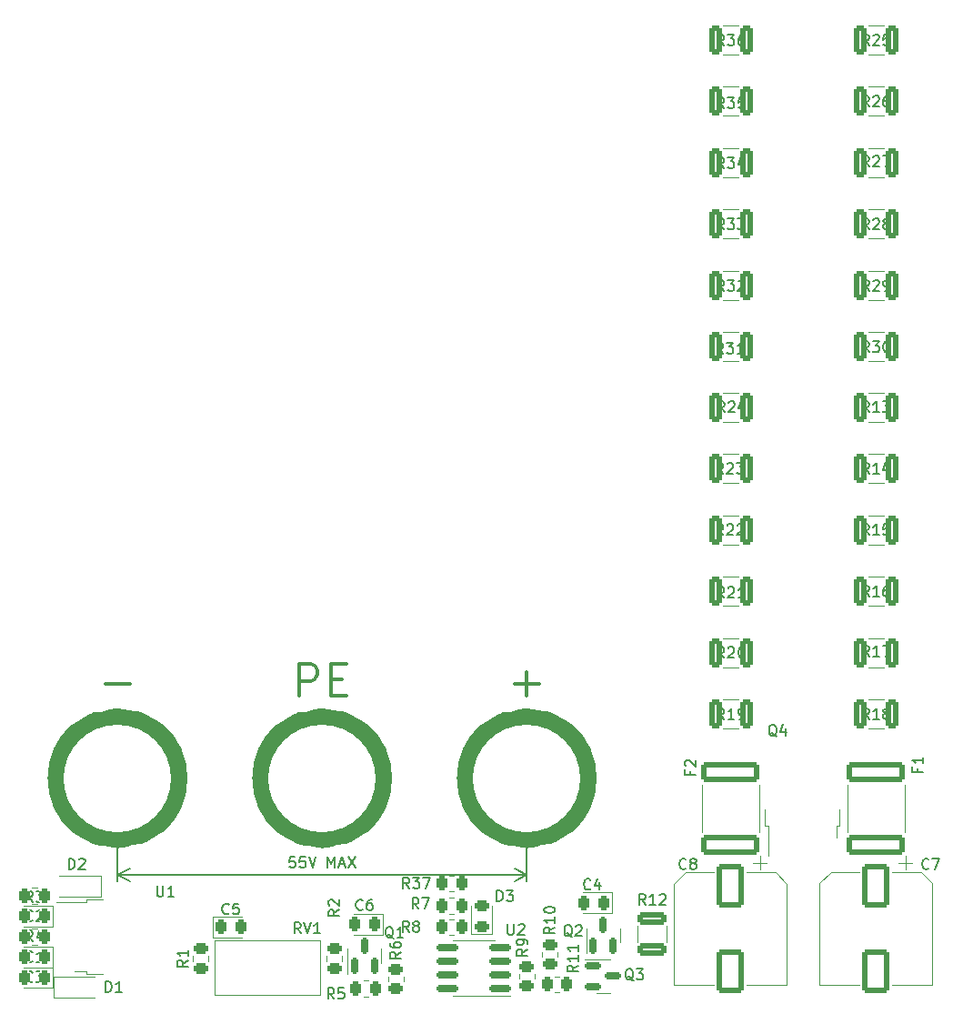
<source format=gto>
G04 #@! TF.GenerationSoftware,KiCad,Pcbnew,(6.0.8-1)-1*
G04 #@! TF.CreationDate,2022-10-22T21:37:00+02:00*
G04 #@! TF.ProjectId,shunt_regulator,7368756e-745f-4726-9567-756c61746f72,rev?*
G04 #@! TF.SameCoordinates,Original*
G04 #@! TF.FileFunction,Legend,Top*
G04 #@! TF.FilePolarity,Positive*
%FSLAX46Y46*%
G04 Gerber Fmt 4.6, Leading zero omitted, Abs format (unit mm)*
G04 Created by KiCad (PCBNEW (6.0.8-1)-1) date 2022-10-22 21:37:00*
%MOMM*%
%LPD*%
G01*
G04 APERTURE LIST*
G04 Aperture macros list*
%AMRoundRect*
0 Rectangle with rounded corners*
0 $1 Rounding radius*
0 $2 $3 $4 $5 $6 $7 $8 $9 X,Y pos of 4 corners*
0 Add a 4 corners polygon primitive as box body*
4,1,4,$2,$3,$4,$5,$6,$7,$8,$9,$2,$3,0*
0 Add four circle primitives for the rounded corners*
1,1,$1+$1,$2,$3*
1,1,$1+$1,$4,$5*
1,1,$1+$1,$6,$7*
1,1,$1+$1,$8,$9*
0 Add four rect primitives between the rounded corners*
20,1,$1+$1,$2,$3,$4,$5,0*
20,1,$1+$1,$4,$5,$6,$7,0*
20,1,$1+$1,$6,$7,$8,$9,0*
20,1,$1+$1,$8,$9,$2,$3,0*%
G04 Aperture macros list end*
%ADD10C,0.150000*%
%ADD11C,0.300000*%
%ADD12C,6.500000*%
%ADD13C,0.120000*%
%ADD14C,10.000000*%
%ADD15R,1.200000X2.200000*%
%ADD16R,5.800000X6.400000*%
%ADD17RoundRect,0.250000X-1.000000X1.750000X-1.000000X-1.750000X1.000000X-1.750000X1.000000X1.750000X0*%
%ADD18RoundRect,0.250000X0.262500X0.450000X-0.262500X0.450000X-0.262500X-0.450000X0.262500X-0.450000X0*%
%ADD19RoundRect,0.243750X0.456250X-0.243750X0.456250X0.243750X-0.456250X0.243750X-0.456250X-0.243750X0*%
%ADD20RoundRect,0.150000X0.825000X0.150000X-0.825000X0.150000X-0.825000X-0.150000X0.825000X-0.150000X0*%
%ADD21R,2.200000X1.200000*%
%ADD22R,6.400000X5.800000*%
%ADD23C,1.440000*%
%ADD24RoundRect,0.250000X0.312500X1.075000X-0.312500X1.075000X-0.312500X-1.075000X0.312500X-1.075000X0*%
%ADD25RoundRect,0.250000X-0.312500X-1.075000X0.312500X-1.075000X0.312500X1.075000X-0.312500X1.075000X0*%
%ADD26RoundRect,0.250000X1.075000X-0.312500X1.075000X0.312500X-1.075000X0.312500X-1.075000X-0.312500X0*%
%ADD27RoundRect,0.250000X-0.262500X-0.450000X0.262500X-0.450000X0.262500X0.450000X-0.262500X0.450000X0*%
%ADD28RoundRect,0.250000X0.450000X-0.262500X0.450000X0.262500X-0.450000X0.262500X-0.450000X-0.262500X0*%
%ADD29RoundRect,0.250000X-0.450000X0.262500X-0.450000X-0.262500X0.450000X-0.262500X0.450000X0.262500X0*%
%ADD30RoundRect,0.150000X-0.587500X-0.150000X0.587500X-0.150000X0.587500X0.150000X-0.587500X0.150000X0*%
%ADD31RoundRect,0.150000X0.150000X-0.587500X0.150000X0.587500X-0.150000X0.587500X-0.150000X-0.587500X0*%
%ADD32RoundRect,0.250000X2.475000X-0.712500X2.475000X0.712500X-2.475000X0.712500X-2.475000X-0.712500X0*%
%ADD33R,1.100000X1.100000*%
%ADD34RoundRect,0.243750X0.243750X0.456250X-0.243750X0.456250X-0.243750X-0.456250X0.243750X-0.456250X0*%
%ADD35RoundRect,0.243750X-0.243750X-0.456250X0.243750X-0.456250X0.243750X0.456250X-0.243750X0.456250X0*%
G04 APERTURE END LIST*
D10*
X-2523809Y-7302379D02*
X-3000000Y-7302379D01*
X-3047619Y-7778570D01*
X-3000000Y-7730951D01*
X-2904761Y-7683332D01*
X-2666666Y-7683332D01*
X-2571428Y-7730951D01*
X-2523809Y-7778570D01*
X-2476190Y-7873808D01*
X-2476190Y-8111903D01*
X-2523809Y-8207141D01*
X-2571428Y-8254760D01*
X-2666666Y-8302379D01*
X-2904761Y-8302379D01*
X-3000000Y-8254760D01*
X-3047619Y-8207141D01*
X-1571428Y-7302379D02*
X-2047619Y-7302379D01*
X-2095238Y-7778570D01*
X-2047619Y-7730951D01*
X-1952380Y-7683332D01*
X-1714285Y-7683332D01*
X-1619047Y-7730951D01*
X-1571428Y-7778570D01*
X-1523809Y-7873808D01*
X-1523809Y-8111903D01*
X-1571428Y-8207141D01*
X-1619047Y-8254760D01*
X-1714285Y-8302379D01*
X-1952380Y-8302379D01*
X-2047619Y-8254760D01*
X-2095238Y-8207141D01*
X-1238095Y-7302379D02*
X-904761Y-8302379D01*
X-571428Y-7302379D01*
X523809Y-8302379D02*
X523809Y-7302379D01*
X857142Y-8016665D01*
X1190476Y-7302379D01*
X1190476Y-8302379D01*
X1619047Y-8016665D02*
X2095238Y-8016665D01*
X1523809Y-8302379D02*
X1857142Y-7302379D01*
X2190476Y-8302379D01*
X2428571Y-7302379D02*
X3095238Y-8302379D01*
X3095238Y-7302379D02*
X2428571Y-8302379D01*
X-19050000Y-500000D02*
X-19050000Y-9586419D01*
X19050000Y-500000D02*
X19050000Y-9586419D01*
X-19050000Y-8999999D02*
X19050000Y-8999999D01*
X-19050000Y-8999999D02*
X19050000Y-8999999D01*
X-19050000Y-8999999D02*
X-17923496Y-9586420D01*
X-19050000Y-8999999D02*
X-17923496Y-8413578D01*
X19050000Y-8999999D02*
X17923496Y-8413578D01*
X19050000Y-8999999D02*
X17923496Y-9586420D01*
X-333333Y1047619D02*
X-333333Y333333D01*
X-380952Y190476D01*
X-476190Y95238D01*
X-619047Y47619D01*
X-714285Y47619D01*
X666666Y47619D02*
X95238Y47619D01*
X380952Y47619D02*
X380952Y1047619D01*
X285714Y904761D01*
X190476Y809523D01*
X95238Y761904D01*
D11*
X-20192857Y8785714D02*
X-17907142Y8785714D01*
X-2142857Y7642857D02*
X-2142857Y10642857D01*
X-1000000Y10642857D01*
X-714285Y10500000D01*
X-571428Y10357142D01*
X-428571Y10071428D01*
X-428571Y9642857D01*
X-571428Y9357142D01*
X-714285Y9214285D01*
X-1000000Y9071428D01*
X-2142857Y9071428D01*
X857142Y9214285D02*
X1857142Y9214285D01*
X2285714Y7642857D02*
X857142Y7642857D01*
X857142Y10642857D01*
X2285714Y10642857D01*
X17907142Y8785714D02*
X20192857Y8785714D01*
X19050000Y7642857D02*
X19050000Y9928571D01*
D10*
X42322761Y3881380D02*
X42227523Y3929000D01*
X42132285Y4024238D01*
X41989428Y4167095D01*
X41894190Y4214714D01*
X41798952Y4214714D01*
X41846571Y3976619D02*
X41751333Y4024238D01*
X41656095Y4119476D01*
X41608476Y4309952D01*
X41608476Y4643285D01*
X41656095Y4833761D01*
X41751333Y4929000D01*
X41846571Y4976619D01*
X42037047Y4976619D01*
X42132285Y4929000D01*
X42227523Y4833761D01*
X42275142Y4643285D01*
X42275142Y4309952D01*
X42227523Y4119476D01*
X42132285Y4024238D01*
X42037047Y3976619D01*
X41846571Y3976619D01*
X43132285Y4643285D02*
X43132285Y3976619D01*
X42894190Y5024238D02*
X42656095Y4309952D01*
X43275142Y4309952D01*
X56475333Y-8374142D02*
X56427714Y-8421761D01*
X56284857Y-8469380D01*
X56189619Y-8469380D01*
X56046761Y-8421761D01*
X55951523Y-8326523D01*
X55903904Y-8231285D01*
X55856285Y-8040809D01*
X55856285Y-7897952D01*
X55903904Y-7707476D01*
X55951523Y-7612238D01*
X56046761Y-7517000D01*
X56189619Y-7469380D01*
X56284857Y-7469380D01*
X56427714Y-7517000D01*
X56475333Y-7564619D01*
X56808666Y-7469380D02*
X57475333Y-7469380D01*
X57046761Y-8469380D01*
X33869333Y-8374142D02*
X33821714Y-8421761D01*
X33678857Y-8469380D01*
X33583619Y-8469380D01*
X33440761Y-8421761D01*
X33345523Y-8326523D01*
X33297904Y-8231285D01*
X33250285Y-8040809D01*
X33250285Y-7897952D01*
X33297904Y-7707476D01*
X33345523Y-7612238D01*
X33440761Y-7517000D01*
X33583619Y-7469380D01*
X33678857Y-7469380D01*
X33821714Y-7517000D01*
X33869333Y-7564619D01*
X34440761Y-7897952D02*
X34345523Y-7850333D01*
X34297904Y-7802714D01*
X34250285Y-7707476D01*
X34250285Y-7659857D01*
X34297904Y-7564619D01*
X34345523Y-7517000D01*
X34440761Y-7469380D01*
X34631238Y-7469380D01*
X34726476Y-7517000D01*
X34774095Y-7564619D01*
X34821714Y-7659857D01*
X34821714Y-7707476D01*
X34774095Y-7802714D01*
X34726476Y-7850333D01*
X34631238Y-7897952D01*
X34440761Y-7897952D01*
X34345523Y-7945571D01*
X34297904Y-7993190D01*
X34250285Y-8088428D01*
X34250285Y-8278904D01*
X34297904Y-8374142D01*
X34345523Y-8421761D01*
X34440761Y-8469380D01*
X34631238Y-8469380D01*
X34726476Y-8421761D01*
X34774095Y-8374142D01*
X34821714Y-8278904D01*
X34821714Y-8088428D01*
X34774095Y-7993190D01*
X34726476Y-7945571D01*
X34631238Y-7897952D01*
X8120142Y-10247380D02*
X7786809Y-9771190D01*
X7548714Y-10247380D02*
X7548714Y-9247380D01*
X7929666Y-9247380D01*
X8024904Y-9295000D01*
X8072523Y-9342619D01*
X8120142Y-9437857D01*
X8120142Y-9580714D01*
X8072523Y-9675952D01*
X8024904Y-9723571D01*
X7929666Y-9771190D01*
X7548714Y-9771190D01*
X8453476Y-9247380D02*
X9072523Y-9247380D01*
X8739190Y-9628333D01*
X8882047Y-9628333D01*
X8977285Y-9675952D01*
X9024904Y-9723571D01*
X9072523Y-9818809D01*
X9072523Y-10056904D01*
X9024904Y-10152142D01*
X8977285Y-10199761D01*
X8882047Y-10247380D01*
X8596333Y-10247380D01*
X8501095Y-10199761D01*
X8453476Y-10152142D01*
X9405857Y-9247380D02*
X10072523Y-9247380D01*
X9643952Y-10247380D01*
X16261904Y-11452380D02*
X16261904Y-10452380D01*
X16500000Y-10452380D01*
X16642857Y-10500000D01*
X16738095Y-10595238D01*
X16785714Y-10690476D01*
X16833333Y-10880952D01*
X16833333Y-11023809D01*
X16785714Y-11214285D01*
X16738095Y-11309523D01*
X16642857Y-11404761D01*
X16500000Y-11452380D01*
X16261904Y-11452380D01*
X17166666Y-10452380D02*
X17785714Y-10452380D01*
X17452380Y-10833333D01*
X17595238Y-10833333D01*
X17690476Y-10880952D01*
X17738095Y-10928571D01*
X17785714Y-11023809D01*
X17785714Y-11261904D01*
X17738095Y-11357142D01*
X17690476Y-11404761D01*
X17595238Y-11452380D01*
X17309523Y-11452380D01*
X17214285Y-11404761D01*
X17166666Y-11357142D01*
X17272095Y-13565380D02*
X17272095Y-14374904D01*
X17319714Y-14470142D01*
X17367333Y-14517761D01*
X17462571Y-14565380D01*
X17653047Y-14565380D01*
X17748285Y-14517761D01*
X17795904Y-14470142D01*
X17843523Y-14374904D01*
X17843523Y-13565380D01*
X18272095Y-13660619D02*
X18319714Y-13613000D01*
X18414952Y-13565380D01*
X18653047Y-13565380D01*
X18748285Y-13613000D01*
X18795904Y-13660619D01*
X18843523Y-13755857D01*
X18843523Y-13851095D01*
X18795904Y-13993952D01*
X18224476Y-14565380D01*
X18843523Y-14565380D01*
X-15366904Y-10009380D02*
X-15366904Y-10818904D01*
X-15319285Y-10914142D01*
X-15271666Y-10961761D01*
X-15176428Y-11009380D01*
X-14985952Y-11009380D01*
X-14890714Y-10961761D01*
X-14843095Y-10914142D01*
X-14795476Y-10818904D01*
X-14795476Y-10009380D01*
X-13795476Y-11009380D02*
X-14366904Y-11009380D01*
X-14081190Y-11009380D02*
X-14081190Y-10009380D01*
X-14176428Y-10152238D01*
X-14271666Y-10247476D01*
X-14366904Y-10295095D01*
X-1992238Y-14438380D02*
X-2325571Y-13962190D01*
X-2563666Y-14438380D02*
X-2563666Y-13438380D01*
X-2182714Y-13438380D01*
X-2087476Y-13486000D01*
X-2039857Y-13533619D01*
X-1992238Y-13628857D01*
X-1992238Y-13771714D01*
X-2039857Y-13866952D01*
X-2087476Y-13914571D01*
X-2182714Y-13962190D01*
X-2563666Y-13962190D01*
X-1706523Y-13438380D02*
X-1373190Y-14438380D01*
X-1039857Y-13438380D01*
X-182714Y-14438380D02*
X-754142Y-14438380D01*
X-468428Y-14438380D02*
X-468428Y-13438380D01*
X-563666Y-13581238D01*
X-658904Y-13676476D01*
X-754142Y-13724095D01*
X37418642Y68238619D02*
X37085309Y68714809D01*
X36847214Y68238619D02*
X36847214Y69238619D01*
X37228166Y69238619D01*
X37323404Y69191000D01*
X37371023Y69143380D01*
X37418642Y69048142D01*
X37418642Y68905285D01*
X37371023Y68810047D01*
X37323404Y68762428D01*
X37228166Y68714809D01*
X36847214Y68714809D01*
X37751976Y69238619D02*
X38371023Y69238619D01*
X38037690Y68857666D01*
X38180547Y68857666D01*
X38275785Y68810047D01*
X38323404Y68762428D01*
X38371023Y68667190D01*
X38371023Y68429095D01*
X38323404Y68333857D01*
X38275785Y68286238D01*
X38180547Y68238619D01*
X37894833Y68238619D01*
X37799595Y68286238D01*
X37751976Y68333857D01*
X39228166Y69238619D02*
X39037690Y69238619D01*
X38942452Y69191000D01*
X38894833Y69143380D01*
X38799595Y69000523D01*
X38751976Y68810047D01*
X38751976Y68429095D01*
X38799595Y68333857D01*
X38847214Y68286238D01*
X38942452Y68238619D01*
X39132928Y68238619D01*
X39228166Y68286238D01*
X39275785Y68333857D01*
X39323404Y68429095D01*
X39323404Y68667190D01*
X39275785Y68762428D01*
X39228166Y68810047D01*
X39132928Y68857666D01*
X38942452Y68857666D01*
X38847214Y68810047D01*
X38799595Y68762428D01*
X38751976Y68667190D01*
X37418642Y62396619D02*
X37085309Y62872809D01*
X36847214Y62396619D02*
X36847214Y63396619D01*
X37228166Y63396619D01*
X37323404Y63349000D01*
X37371023Y63301380D01*
X37418642Y63206142D01*
X37418642Y63063285D01*
X37371023Y62968047D01*
X37323404Y62920428D01*
X37228166Y62872809D01*
X36847214Y62872809D01*
X37751976Y63396619D02*
X38371023Y63396619D01*
X38037690Y63015666D01*
X38180547Y63015666D01*
X38275785Y62968047D01*
X38323404Y62920428D01*
X38371023Y62825190D01*
X38371023Y62587095D01*
X38323404Y62491857D01*
X38275785Y62444238D01*
X38180547Y62396619D01*
X37894833Y62396619D01*
X37799595Y62444238D01*
X37751976Y62491857D01*
X39275785Y63396619D02*
X38799595Y63396619D01*
X38751976Y62920428D01*
X38799595Y62968047D01*
X38894833Y63015666D01*
X39132928Y63015666D01*
X39228166Y62968047D01*
X39275785Y62920428D01*
X39323404Y62825190D01*
X39323404Y62587095D01*
X39275785Y62491857D01*
X39228166Y62444238D01*
X39132928Y62396619D01*
X38894833Y62396619D01*
X38799595Y62444238D01*
X38751976Y62491857D01*
X37418642Y56808619D02*
X37085309Y57284809D01*
X36847214Y56808619D02*
X36847214Y57808619D01*
X37228166Y57808619D01*
X37323404Y57761000D01*
X37371023Y57713380D01*
X37418642Y57618142D01*
X37418642Y57475285D01*
X37371023Y57380047D01*
X37323404Y57332428D01*
X37228166Y57284809D01*
X36847214Y57284809D01*
X37751976Y57808619D02*
X38371023Y57808619D01*
X38037690Y57427666D01*
X38180547Y57427666D01*
X38275785Y57380047D01*
X38323404Y57332428D01*
X38371023Y57237190D01*
X38371023Y56999095D01*
X38323404Y56903857D01*
X38275785Y56856238D01*
X38180547Y56808619D01*
X37894833Y56808619D01*
X37799595Y56856238D01*
X37751976Y56903857D01*
X39228166Y57475285D02*
X39228166Y56808619D01*
X38990071Y57856238D02*
X38751976Y57141952D01*
X39371023Y57141952D01*
X37418642Y51093619D02*
X37085309Y51569809D01*
X36847214Y51093619D02*
X36847214Y52093619D01*
X37228166Y52093619D01*
X37323404Y52046000D01*
X37371023Y51998380D01*
X37418642Y51903142D01*
X37418642Y51760285D01*
X37371023Y51665047D01*
X37323404Y51617428D01*
X37228166Y51569809D01*
X36847214Y51569809D01*
X37751976Y52093619D02*
X38371023Y52093619D01*
X38037690Y51712666D01*
X38180547Y51712666D01*
X38275785Y51665047D01*
X38323404Y51617428D01*
X38371023Y51522190D01*
X38371023Y51284095D01*
X38323404Y51188857D01*
X38275785Y51141238D01*
X38180547Y51093619D01*
X37894833Y51093619D01*
X37799595Y51141238D01*
X37751976Y51188857D01*
X38704357Y52093619D02*
X39323404Y52093619D01*
X38990071Y51712666D01*
X39132928Y51712666D01*
X39228166Y51665047D01*
X39275785Y51617428D01*
X39323404Y51522190D01*
X39323404Y51284095D01*
X39275785Y51188857D01*
X39228166Y51141238D01*
X39132928Y51093619D01*
X38847214Y51093619D01*
X38751976Y51141238D01*
X38704357Y51188857D01*
X37418642Y45378619D02*
X37085309Y45854809D01*
X36847214Y45378619D02*
X36847214Y46378619D01*
X37228166Y46378619D01*
X37323404Y46331000D01*
X37371023Y46283380D01*
X37418642Y46188142D01*
X37418642Y46045285D01*
X37371023Y45950047D01*
X37323404Y45902428D01*
X37228166Y45854809D01*
X36847214Y45854809D01*
X37751976Y46378619D02*
X38371023Y46378619D01*
X38037690Y45997666D01*
X38180547Y45997666D01*
X38275785Y45950047D01*
X38323404Y45902428D01*
X38371023Y45807190D01*
X38371023Y45569095D01*
X38323404Y45473857D01*
X38275785Y45426238D01*
X38180547Y45378619D01*
X37894833Y45378619D01*
X37799595Y45426238D01*
X37751976Y45473857D01*
X38751976Y46283380D02*
X38799595Y46331000D01*
X38894833Y46378619D01*
X39132928Y46378619D01*
X39228166Y46331000D01*
X39275785Y46283380D01*
X39323404Y46188142D01*
X39323404Y46092904D01*
X39275785Y45950047D01*
X38704357Y45378619D01*
X39323404Y45378619D01*
X37330142Y39536619D02*
X36996809Y40012809D01*
X36758714Y39536619D02*
X36758714Y40536619D01*
X37139666Y40536619D01*
X37234904Y40489000D01*
X37282523Y40441380D01*
X37330142Y40346142D01*
X37330142Y40203285D01*
X37282523Y40108047D01*
X37234904Y40060428D01*
X37139666Y40012809D01*
X36758714Y40012809D01*
X37663476Y40536619D02*
X38282523Y40536619D01*
X37949190Y40155666D01*
X38092047Y40155666D01*
X38187285Y40108047D01*
X38234904Y40060428D01*
X38282523Y39965190D01*
X38282523Y39727095D01*
X38234904Y39631857D01*
X38187285Y39584238D01*
X38092047Y39536619D01*
X37806333Y39536619D01*
X37711095Y39584238D01*
X37663476Y39631857D01*
X39234904Y39536619D02*
X38663476Y39536619D01*
X38949190Y39536619D02*
X38949190Y40536619D01*
X38853952Y40393761D01*
X38758714Y40298523D01*
X38663476Y40250904D01*
X50919142Y39663619D02*
X50585809Y40139809D01*
X50347714Y39663619D02*
X50347714Y40663619D01*
X50728666Y40663619D01*
X50823904Y40616000D01*
X50871523Y40568380D01*
X50919142Y40473142D01*
X50919142Y40330285D01*
X50871523Y40235047D01*
X50823904Y40187428D01*
X50728666Y40139809D01*
X50347714Y40139809D01*
X51252476Y40663619D02*
X51871523Y40663619D01*
X51538190Y40282666D01*
X51681047Y40282666D01*
X51776285Y40235047D01*
X51823904Y40187428D01*
X51871523Y40092190D01*
X51871523Y39854095D01*
X51823904Y39758857D01*
X51776285Y39711238D01*
X51681047Y39663619D01*
X51395333Y39663619D01*
X51300095Y39711238D01*
X51252476Y39758857D01*
X52490571Y40663619D02*
X52585809Y40663619D01*
X52681047Y40616000D01*
X52728666Y40568380D01*
X52776285Y40473142D01*
X52823904Y40282666D01*
X52823904Y40044571D01*
X52776285Y39854095D01*
X52728666Y39758857D01*
X52681047Y39711238D01*
X52585809Y39663619D01*
X52490571Y39663619D01*
X52395333Y39711238D01*
X52347714Y39758857D01*
X52300095Y39854095D01*
X52252476Y40044571D01*
X52252476Y40282666D01*
X52300095Y40473142D01*
X52347714Y40568380D01*
X52395333Y40616000D01*
X52490571Y40663619D01*
X50919142Y45378619D02*
X50585809Y45854809D01*
X50347714Y45378619D02*
X50347714Y46378619D01*
X50728666Y46378619D01*
X50823904Y46331000D01*
X50871523Y46283380D01*
X50919142Y46188142D01*
X50919142Y46045285D01*
X50871523Y45950047D01*
X50823904Y45902428D01*
X50728666Y45854809D01*
X50347714Y45854809D01*
X51300095Y46283380D02*
X51347714Y46331000D01*
X51442952Y46378619D01*
X51681047Y46378619D01*
X51776285Y46331000D01*
X51823904Y46283380D01*
X51871523Y46188142D01*
X51871523Y46092904D01*
X51823904Y45950047D01*
X51252476Y45378619D01*
X51871523Y45378619D01*
X52347714Y45378619D02*
X52538190Y45378619D01*
X52633428Y45426238D01*
X52681047Y45473857D01*
X52776285Y45616714D01*
X52823904Y45807190D01*
X52823904Y46188142D01*
X52776285Y46283380D01*
X52728666Y46331000D01*
X52633428Y46378619D01*
X52442952Y46378619D01*
X52347714Y46331000D01*
X52300095Y46283380D01*
X52252476Y46188142D01*
X52252476Y45950047D01*
X52300095Y45854809D01*
X52347714Y45807190D01*
X52442952Y45759571D01*
X52633428Y45759571D01*
X52728666Y45807190D01*
X52776285Y45854809D01*
X52823904Y45950047D01*
X50919142Y51093619D02*
X50585809Y51569809D01*
X50347714Y51093619D02*
X50347714Y52093619D01*
X50728666Y52093619D01*
X50823904Y52046000D01*
X50871523Y51998380D01*
X50919142Y51903142D01*
X50919142Y51760285D01*
X50871523Y51665047D01*
X50823904Y51617428D01*
X50728666Y51569809D01*
X50347714Y51569809D01*
X51300095Y51998380D02*
X51347714Y52046000D01*
X51442952Y52093619D01*
X51681047Y52093619D01*
X51776285Y52046000D01*
X51823904Y51998380D01*
X51871523Y51903142D01*
X51871523Y51807904D01*
X51823904Y51665047D01*
X51252476Y51093619D01*
X51871523Y51093619D01*
X52442952Y51665047D02*
X52347714Y51712666D01*
X52300095Y51760285D01*
X52252476Y51855523D01*
X52252476Y51903142D01*
X52300095Y51998380D01*
X52347714Y52046000D01*
X52442952Y52093619D01*
X52633428Y52093619D01*
X52728666Y52046000D01*
X52776285Y51998380D01*
X52823904Y51903142D01*
X52823904Y51855523D01*
X52776285Y51760285D01*
X52728666Y51712666D01*
X52633428Y51665047D01*
X52442952Y51665047D01*
X52347714Y51617428D01*
X52300095Y51569809D01*
X52252476Y51474571D01*
X52252476Y51284095D01*
X52300095Y51188857D01*
X52347714Y51141238D01*
X52442952Y51093619D01*
X52633428Y51093619D01*
X52728666Y51141238D01*
X52776285Y51188857D01*
X52823904Y51284095D01*
X52823904Y51474571D01*
X52776285Y51569809D01*
X52728666Y51617428D01*
X52633428Y51665047D01*
X50919142Y56935619D02*
X50585809Y57411809D01*
X50347714Y56935619D02*
X50347714Y57935619D01*
X50728666Y57935619D01*
X50823904Y57888000D01*
X50871523Y57840380D01*
X50919142Y57745142D01*
X50919142Y57602285D01*
X50871523Y57507047D01*
X50823904Y57459428D01*
X50728666Y57411809D01*
X50347714Y57411809D01*
X51300095Y57840380D02*
X51347714Y57888000D01*
X51442952Y57935619D01*
X51681047Y57935619D01*
X51776285Y57888000D01*
X51823904Y57840380D01*
X51871523Y57745142D01*
X51871523Y57649904D01*
X51823904Y57507047D01*
X51252476Y56935619D01*
X51871523Y56935619D01*
X52204857Y57935619D02*
X52871523Y57935619D01*
X52442952Y56935619D01*
X50919142Y62523619D02*
X50585809Y62999809D01*
X50347714Y62523619D02*
X50347714Y63523619D01*
X50728666Y63523619D01*
X50823904Y63476000D01*
X50871523Y63428380D01*
X50919142Y63333142D01*
X50919142Y63190285D01*
X50871523Y63095047D01*
X50823904Y63047428D01*
X50728666Y62999809D01*
X50347714Y62999809D01*
X51300095Y63428380D02*
X51347714Y63476000D01*
X51442952Y63523619D01*
X51681047Y63523619D01*
X51776285Y63476000D01*
X51823904Y63428380D01*
X51871523Y63333142D01*
X51871523Y63237904D01*
X51823904Y63095047D01*
X51252476Y62523619D01*
X51871523Y62523619D01*
X52728666Y63523619D02*
X52538190Y63523619D01*
X52442952Y63476000D01*
X52395333Y63428380D01*
X52300095Y63285523D01*
X52252476Y63095047D01*
X52252476Y62714095D01*
X52300095Y62618857D01*
X52347714Y62571238D01*
X52442952Y62523619D01*
X52633428Y62523619D01*
X52728666Y62571238D01*
X52776285Y62618857D01*
X52823904Y62714095D01*
X52823904Y62952190D01*
X52776285Y63047428D01*
X52728666Y63095047D01*
X52633428Y63142666D01*
X52442952Y63142666D01*
X52347714Y63095047D01*
X52300095Y63047428D01*
X52252476Y62952190D01*
X50919142Y68238619D02*
X50585809Y68714809D01*
X50347714Y68238619D02*
X50347714Y69238619D01*
X50728666Y69238619D01*
X50823904Y69191000D01*
X50871523Y69143380D01*
X50919142Y69048142D01*
X50919142Y68905285D01*
X50871523Y68810047D01*
X50823904Y68762428D01*
X50728666Y68714809D01*
X50347714Y68714809D01*
X51300095Y69143380D02*
X51347714Y69191000D01*
X51442952Y69238619D01*
X51681047Y69238619D01*
X51776285Y69191000D01*
X51823904Y69143380D01*
X51871523Y69048142D01*
X51871523Y68952904D01*
X51823904Y68810047D01*
X51252476Y68238619D01*
X51871523Y68238619D01*
X52776285Y69238619D02*
X52300095Y69238619D01*
X52252476Y68762428D01*
X52300095Y68810047D01*
X52395333Y68857666D01*
X52633428Y68857666D01*
X52728666Y68810047D01*
X52776285Y68762428D01*
X52823904Y68667190D01*
X52823904Y68429095D01*
X52776285Y68333857D01*
X52728666Y68286238D01*
X52633428Y68238619D01*
X52395333Y68238619D01*
X52300095Y68286238D01*
X52252476Y68333857D01*
X37457142Y34075619D02*
X37123809Y34551809D01*
X36885714Y34075619D02*
X36885714Y35075619D01*
X37266666Y35075619D01*
X37361904Y35028000D01*
X37409523Y34980380D01*
X37457142Y34885142D01*
X37457142Y34742285D01*
X37409523Y34647047D01*
X37361904Y34599428D01*
X37266666Y34551809D01*
X36885714Y34551809D01*
X37838095Y34980380D02*
X37885714Y35028000D01*
X37980952Y35075619D01*
X38219047Y35075619D01*
X38314285Y35028000D01*
X38361904Y34980380D01*
X38409523Y34885142D01*
X38409523Y34789904D01*
X38361904Y34647047D01*
X37790476Y34075619D01*
X38409523Y34075619D01*
X39266666Y34742285D02*
X39266666Y34075619D01*
X39028571Y35123238D02*
X38790476Y34408952D01*
X39409523Y34408952D01*
X37330142Y28360619D02*
X36996809Y28836809D01*
X36758714Y28360619D02*
X36758714Y29360619D01*
X37139666Y29360619D01*
X37234904Y29313000D01*
X37282523Y29265380D01*
X37330142Y29170142D01*
X37330142Y29027285D01*
X37282523Y28932047D01*
X37234904Y28884428D01*
X37139666Y28836809D01*
X36758714Y28836809D01*
X37711095Y29265380D02*
X37758714Y29313000D01*
X37853952Y29360619D01*
X38092047Y29360619D01*
X38187285Y29313000D01*
X38234904Y29265380D01*
X38282523Y29170142D01*
X38282523Y29074904D01*
X38234904Y28932047D01*
X37663476Y28360619D01*
X38282523Y28360619D01*
X38615857Y29360619D02*
X39234904Y29360619D01*
X38901571Y28979666D01*
X39044428Y28979666D01*
X39139666Y28932047D01*
X39187285Y28884428D01*
X39234904Y28789190D01*
X39234904Y28551095D01*
X39187285Y28455857D01*
X39139666Y28408238D01*
X39044428Y28360619D01*
X38758714Y28360619D01*
X38663476Y28408238D01*
X38615857Y28455857D01*
X37330142Y22645619D02*
X36996809Y23121809D01*
X36758714Y22645619D02*
X36758714Y23645619D01*
X37139666Y23645619D01*
X37234904Y23598000D01*
X37282523Y23550380D01*
X37330142Y23455142D01*
X37330142Y23312285D01*
X37282523Y23217047D01*
X37234904Y23169428D01*
X37139666Y23121809D01*
X36758714Y23121809D01*
X37711095Y23550380D02*
X37758714Y23598000D01*
X37853952Y23645619D01*
X38092047Y23645619D01*
X38187285Y23598000D01*
X38234904Y23550380D01*
X38282523Y23455142D01*
X38282523Y23359904D01*
X38234904Y23217047D01*
X37663476Y22645619D01*
X38282523Y22645619D01*
X38663476Y23550380D02*
X38711095Y23598000D01*
X38806333Y23645619D01*
X39044428Y23645619D01*
X39139666Y23598000D01*
X39187285Y23550380D01*
X39234904Y23455142D01*
X39234904Y23359904D01*
X39187285Y23217047D01*
X38615857Y22645619D01*
X39234904Y22645619D01*
X37418642Y16803619D02*
X37085309Y17279809D01*
X36847214Y16803619D02*
X36847214Y17803619D01*
X37228166Y17803619D01*
X37323404Y17756000D01*
X37371023Y17708380D01*
X37418642Y17613142D01*
X37418642Y17470285D01*
X37371023Y17375047D01*
X37323404Y17327428D01*
X37228166Y17279809D01*
X36847214Y17279809D01*
X37799595Y17708380D02*
X37847214Y17756000D01*
X37942452Y17803619D01*
X38180547Y17803619D01*
X38275785Y17756000D01*
X38323404Y17708380D01*
X38371023Y17613142D01*
X38371023Y17517904D01*
X38323404Y17375047D01*
X37751976Y16803619D01*
X38371023Y16803619D01*
X39323404Y16803619D02*
X38751976Y16803619D01*
X39037690Y16803619D02*
X39037690Y17803619D01*
X38942452Y17660761D01*
X38847214Y17565523D01*
X38751976Y17517904D01*
X37418642Y11215619D02*
X37085309Y11691809D01*
X36847214Y11215619D02*
X36847214Y12215619D01*
X37228166Y12215619D01*
X37323404Y12168000D01*
X37371023Y12120380D01*
X37418642Y12025142D01*
X37418642Y11882285D01*
X37371023Y11787047D01*
X37323404Y11739428D01*
X37228166Y11691809D01*
X36847214Y11691809D01*
X37799595Y12120380D02*
X37847214Y12168000D01*
X37942452Y12215619D01*
X38180547Y12215619D01*
X38275785Y12168000D01*
X38323404Y12120380D01*
X38371023Y12025142D01*
X38371023Y11929904D01*
X38323404Y11787047D01*
X37751976Y11215619D01*
X38371023Y11215619D01*
X38990071Y12215619D02*
X39085309Y12215619D01*
X39180547Y12168000D01*
X39228166Y12120380D01*
X39275785Y12025142D01*
X39323404Y11834666D01*
X39323404Y11596571D01*
X39275785Y11406095D01*
X39228166Y11310857D01*
X39180547Y11263238D01*
X39085309Y11215619D01*
X38990071Y11215619D01*
X38894833Y11263238D01*
X38847214Y11310857D01*
X38799595Y11406095D01*
X38751976Y11596571D01*
X38751976Y11834666D01*
X38799595Y12025142D01*
X38847214Y12120380D01*
X38894833Y12168000D01*
X38990071Y12215619D01*
X37418642Y5500619D02*
X37085309Y5976809D01*
X36847214Y5500619D02*
X36847214Y6500619D01*
X37228166Y6500619D01*
X37323404Y6453000D01*
X37371023Y6405380D01*
X37418642Y6310142D01*
X37418642Y6167285D01*
X37371023Y6072047D01*
X37323404Y6024428D01*
X37228166Y5976809D01*
X36847214Y5976809D01*
X38371023Y5500619D02*
X37799595Y5500619D01*
X38085309Y5500619D02*
X38085309Y6500619D01*
X37990071Y6357761D01*
X37894833Y6262523D01*
X37799595Y6214904D01*
X38847214Y5500619D02*
X39037690Y5500619D01*
X39132928Y5548238D01*
X39180547Y5595857D01*
X39275785Y5738714D01*
X39323404Y5929190D01*
X39323404Y6310142D01*
X39275785Y6405380D01*
X39228166Y6453000D01*
X39132928Y6500619D01*
X38942452Y6500619D01*
X38847214Y6453000D01*
X38799595Y6405380D01*
X38751976Y6310142D01*
X38751976Y6072047D01*
X38799595Y5976809D01*
X38847214Y5929190D01*
X38942452Y5881571D01*
X39132928Y5881571D01*
X39228166Y5929190D01*
X39275785Y5976809D01*
X39323404Y6072047D01*
X50919142Y5500619D02*
X50585809Y5976809D01*
X50347714Y5500619D02*
X50347714Y6500619D01*
X50728666Y6500619D01*
X50823904Y6453000D01*
X50871523Y6405380D01*
X50919142Y6310142D01*
X50919142Y6167285D01*
X50871523Y6072047D01*
X50823904Y6024428D01*
X50728666Y5976809D01*
X50347714Y5976809D01*
X51871523Y5500619D02*
X51300095Y5500619D01*
X51585809Y5500619D02*
X51585809Y6500619D01*
X51490571Y6357761D01*
X51395333Y6262523D01*
X51300095Y6214904D01*
X52442952Y6072047D02*
X52347714Y6119666D01*
X52300095Y6167285D01*
X52252476Y6262523D01*
X52252476Y6310142D01*
X52300095Y6405380D01*
X52347714Y6453000D01*
X52442952Y6500619D01*
X52633428Y6500619D01*
X52728666Y6453000D01*
X52776285Y6405380D01*
X52823904Y6310142D01*
X52823904Y6262523D01*
X52776285Y6167285D01*
X52728666Y6119666D01*
X52633428Y6072047D01*
X52442952Y6072047D01*
X52347714Y6024428D01*
X52300095Y5976809D01*
X52252476Y5881571D01*
X52252476Y5691095D01*
X52300095Y5595857D01*
X52347714Y5548238D01*
X52442952Y5500619D01*
X52633428Y5500619D01*
X52728666Y5548238D01*
X52776285Y5595857D01*
X52823904Y5691095D01*
X52823904Y5881571D01*
X52776285Y5976809D01*
X52728666Y6024428D01*
X52633428Y6072047D01*
X50919142Y11342619D02*
X50585809Y11818809D01*
X50347714Y11342619D02*
X50347714Y12342619D01*
X50728666Y12342619D01*
X50823904Y12295000D01*
X50871523Y12247380D01*
X50919142Y12152142D01*
X50919142Y12009285D01*
X50871523Y11914047D01*
X50823904Y11866428D01*
X50728666Y11818809D01*
X50347714Y11818809D01*
X51871523Y11342619D02*
X51300095Y11342619D01*
X51585809Y11342619D02*
X51585809Y12342619D01*
X51490571Y12199761D01*
X51395333Y12104523D01*
X51300095Y12056904D01*
X52204857Y12342619D02*
X52871523Y12342619D01*
X52442952Y11342619D01*
X50919142Y16930619D02*
X50585809Y17406809D01*
X50347714Y16930619D02*
X50347714Y17930619D01*
X50728666Y17930619D01*
X50823904Y17883000D01*
X50871523Y17835380D01*
X50919142Y17740142D01*
X50919142Y17597285D01*
X50871523Y17502047D01*
X50823904Y17454428D01*
X50728666Y17406809D01*
X50347714Y17406809D01*
X51871523Y16930619D02*
X51300095Y16930619D01*
X51585809Y16930619D02*
X51585809Y17930619D01*
X51490571Y17787761D01*
X51395333Y17692523D01*
X51300095Y17644904D01*
X52728666Y17930619D02*
X52538190Y17930619D01*
X52442952Y17883000D01*
X52395333Y17835380D01*
X52300095Y17692523D01*
X52252476Y17502047D01*
X52252476Y17121095D01*
X52300095Y17025857D01*
X52347714Y16978238D01*
X52442952Y16930619D01*
X52633428Y16930619D01*
X52728666Y16978238D01*
X52776285Y17025857D01*
X52823904Y17121095D01*
X52823904Y17359190D01*
X52776285Y17454428D01*
X52728666Y17502047D01*
X52633428Y17549666D01*
X52442952Y17549666D01*
X52347714Y17502047D01*
X52300095Y17454428D01*
X52252476Y17359190D01*
X50919142Y22645619D02*
X50585809Y23121809D01*
X50347714Y22645619D02*
X50347714Y23645619D01*
X50728666Y23645619D01*
X50823904Y23598000D01*
X50871523Y23550380D01*
X50919142Y23455142D01*
X50919142Y23312285D01*
X50871523Y23217047D01*
X50823904Y23169428D01*
X50728666Y23121809D01*
X50347714Y23121809D01*
X51871523Y22645619D02*
X51300095Y22645619D01*
X51585809Y22645619D02*
X51585809Y23645619D01*
X51490571Y23502761D01*
X51395333Y23407523D01*
X51300095Y23359904D01*
X52776285Y23645619D02*
X52300095Y23645619D01*
X52252476Y23169428D01*
X52300095Y23217047D01*
X52395333Y23264666D01*
X52633428Y23264666D01*
X52728666Y23217047D01*
X52776285Y23169428D01*
X52823904Y23074190D01*
X52823904Y22836095D01*
X52776285Y22740857D01*
X52728666Y22693238D01*
X52633428Y22645619D01*
X52395333Y22645619D01*
X52300095Y22693238D01*
X52252476Y22740857D01*
X50919142Y28360619D02*
X50585809Y28836809D01*
X50347714Y28360619D02*
X50347714Y29360619D01*
X50728666Y29360619D01*
X50823904Y29313000D01*
X50871523Y29265380D01*
X50919142Y29170142D01*
X50919142Y29027285D01*
X50871523Y28932047D01*
X50823904Y28884428D01*
X50728666Y28836809D01*
X50347714Y28836809D01*
X51871523Y28360619D02*
X51300095Y28360619D01*
X51585809Y28360619D02*
X51585809Y29360619D01*
X51490571Y29217761D01*
X51395333Y29122523D01*
X51300095Y29074904D01*
X52728666Y29027285D02*
X52728666Y28360619D01*
X52490571Y29408238D02*
X52252476Y28693952D01*
X52871523Y28693952D01*
X50919142Y34075619D02*
X50585809Y34551809D01*
X50347714Y34075619D02*
X50347714Y35075619D01*
X50728666Y35075619D01*
X50823904Y35028000D01*
X50871523Y34980380D01*
X50919142Y34885142D01*
X50919142Y34742285D01*
X50871523Y34647047D01*
X50823904Y34599428D01*
X50728666Y34551809D01*
X50347714Y34551809D01*
X51871523Y34075619D02*
X51300095Y34075619D01*
X51585809Y34075619D02*
X51585809Y35075619D01*
X51490571Y34932761D01*
X51395333Y34837523D01*
X51300095Y34789904D01*
X52204857Y35075619D02*
X52823904Y35075619D01*
X52490571Y34694666D01*
X52633428Y34694666D01*
X52728666Y34647047D01*
X52776285Y34599428D01*
X52823904Y34504190D01*
X52823904Y34266095D01*
X52776285Y34170857D01*
X52728666Y34123238D01*
X52633428Y34075619D01*
X52347714Y34075619D01*
X52252476Y34123238D01*
X52204857Y34170857D01*
X30091142Y-11771380D02*
X29757809Y-11295190D01*
X29519714Y-11771380D02*
X29519714Y-10771380D01*
X29900666Y-10771380D01*
X29995904Y-10819000D01*
X30043523Y-10866619D01*
X30091142Y-10961857D01*
X30091142Y-11104714D01*
X30043523Y-11199952D01*
X29995904Y-11247571D01*
X29900666Y-11295190D01*
X29519714Y-11295190D01*
X31043523Y-11771380D02*
X30472095Y-11771380D01*
X30757809Y-11771380D02*
X30757809Y-10771380D01*
X30662571Y-10914238D01*
X30567333Y-11009476D01*
X30472095Y-11057095D01*
X31424476Y-10866619D02*
X31472095Y-10819000D01*
X31567333Y-10771380D01*
X31805428Y-10771380D01*
X31900666Y-10819000D01*
X31948285Y-10866619D01*
X31995904Y-10961857D01*
X31995904Y-11057095D01*
X31948285Y-11199952D01*
X31376857Y-11771380D01*
X31995904Y-11771380D01*
X23820380Y-17422857D02*
X23344190Y-17756190D01*
X23820380Y-17994285D02*
X22820380Y-17994285D01*
X22820380Y-17613333D01*
X22868000Y-17518095D01*
X22915619Y-17470476D01*
X23010857Y-17422857D01*
X23153714Y-17422857D01*
X23248952Y-17470476D01*
X23296571Y-17518095D01*
X23344190Y-17613333D01*
X23344190Y-17994285D01*
X23820380Y-16470476D02*
X23820380Y-17041904D01*
X23820380Y-16756190D02*
X22820380Y-16756190D01*
X22963238Y-16851428D01*
X23058476Y-16946666D01*
X23106095Y-17041904D01*
X23820380Y-15518095D02*
X23820380Y-16089523D01*
X23820380Y-15803809D02*
X22820380Y-15803809D01*
X22963238Y-15899047D01*
X23058476Y-15994285D01*
X23106095Y-16089523D01*
X21661380Y-13866857D02*
X21185190Y-14200190D01*
X21661380Y-14438285D02*
X20661380Y-14438285D01*
X20661380Y-14057333D01*
X20709000Y-13962095D01*
X20756619Y-13914476D01*
X20851857Y-13866857D01*
X20994714Y-13866857D01*
X21089952Y-13914476D01*
X21137571Y-13962095D01*
X21185190Y-14057333D01*
X21185190Y-14438285D01*
X21661380Y-12914476D02*
X21661380Y-13485904D01*
X21661380Y-13200190D02*
X20661380Y-13200190D01*
X20804238Y-13295428D01*
X20899476Y-13390666D01*
X20947095Y-13485904D01*
X20661380Y-12295428D02*
X20661380Y-12200190D01*
X20709000Y-12104952D01*
X20756619Y-12057333D01*
X20851857Y-12009714D01*
X21042333Y-11962095D01*
X21280428Y-11962095D01*
X21470904Y-12009714D01*
X21566142Y-12057333D01*
X21613761Y-12104952D01*
X21661380Y-12200190D01*
X21661380Y-12295428D01*
X21613761Y-12390666D01*
X21566142Y-12438285D01*
X21470904Y-12485904D01*
X21280428Y-12533523D01*
X21042333Y-12533523D01*
X20851857Y-12485904D01*
X20756619Y-12438285D01*
X20709000Y-12390666D01*
X20661380Y-12295428D01*
X19121380Y-15930666D02*
X18645190Y-16264000D01*
X19121380Y-16502095D02*
X18121380Y-16502095D01*
X18121380Y-16121142D01*
X18169000Y-16025904D01*
X18216619Y-15978285D01*
X18311857Y-15930666D01*
X18454714Y-15930666D01*
X18549952Y-15978285D01*
X18597571Y-16025904D01*
X18645190Y-16121142D01*
X18645190Y-16502095D01*
X19121380Y-15454476D02*
X19121380Y-15264000D01*
X19073761Y-15168761D01*
X19026142Y-15121142D01*
X18883285Y-15025904D01*
X18692809Y-14978285D01*
X18311857Y-14978285D01*
X18216619Y-15025904D01*
X18169000Y-15073523D01*
X18121380Y-15168761D01*
X18121380Y-15359238D01*
X18169000Y-15454476D01*
X18216619Y-15502095D01*
X18311857Y-15549714D01*
X18549952Y-15549714D01*
X18645190Y-15502095D01*
X18692809Y-15454476D01*
X18740428Y-15359238D01*
X18740428Y-15168761D01*
X18692809Y-15073523D01*
X18645190Y-15025904D01*
X18549952Y-14978285D01*
X8088333Y-14311380D02*
X7755000Y-13835190D01*
X7516904Y-14311380D02*
X7516904Y-13311380D01*
X7897857Y-13311380D01*
X7993095Y-13359000D01*
X8040714Y-13406619D01*
X8088333Y-13501857D01*
X8088333Y-13644714D01*
X8040714Y-13739952D01*
X7993095Y-13787571D01*
X7897857Y-13835190D01*
X7516904Y-13835190D01*
X8659761Y-13739952D02*
X8564523Y-13692333D01*
X8516904Y-13644714D01*
X8469285Y-13549476D01*
X8469285Y-13501857D01*
X8516904Y-13406619D01*
X8564523Y-13359000D01*
X8659761Y-13311380D01*
X8850238Y-13311380D01*
X8945476Y-13359000D01*
X8993095Y-13406619D01*
X9040714Y-13501857D01*
X9040714Y-13549476D01*
X8993095Y-13644714D01*
X8945476Y-13692333D01*
X8850238Y-13739952D01*
X8659761Y-13739952D01*
X8564523Y-13787571D01*
X8516904Y-13835190D01*
X8469285Y-13930428D01*
X8469285Y-14120904D01*
X8516904Y-14216142D01*
X8564523Y-14263761D01*
X8659761Y-14311380D01*
X8850238Y-14311380D01*
X8945476Y-14263761D01*
X8993095Y-14216142D01*
X9040714Y-14120904D01*
X9040714Y-13930428D01*
X8993095Y-13835190D01*
X8945476Y-13787571D01*
X8850238Y-13739952D01*
X8977333Y-12152380D02*
X8644000Y-11676190D01*
X8405904Y-12152380D02*
X8405904Y-11152380D01*
X8786857Y-11152380D01*
X8882095Y-11200000D01*
X8929714Y-11247619D01*
X8977333Y-11342857D01*
X8977333Y-11485714D01*
X8929714Y-11580952D01*
X8882095Y-11628571D01*
X8786857Y-11676190D01*
X8405904Y-11676190D01*
X9310666Y-11152380D02*
X9977333Y-11152380D01*
X9548761Y-12152380D01*
X7310380Y-16184666D02*
X6834190Y-16518000D01*
X7310380Y-16756095D02*
X6310380Y-16756095D01*
X6310380Y-16375142D01*
X6358000Y-16279904D01*
X6405619Y-16232285D01*
X6500857Y-16184666D01*
X6643714Y-16184666D01*
X6738952Y-16232285D01*
X6786571Y-16279904D01*
X6834190Y-16375142D01*
X6834190Y-16756095D01*
X6310380Y-15327523D02*
X6310380Y-15518000D01*
X6358000Y-15613238D01*
X6405619Y-15660857D01*
X6548476Y-15756095D01*
X6738952Y-15803714D01*
X7119904Y-15803714D01*
X7215142Y-15756095D01*
X7262761Y-15708476D01*
X7310380Y-15613238D01*
X7310380Y-15422761D01*
X7262761Y-15327523D01*
X7215142Y-15279904D01*
X7119904Y-15232285D01*
X6881809Y-15232285D01*
X6786571Y-15279904D01*
X6738952Y-15327523D01*
X6691333Y-15422761D01*
X6691333Y-15613238D01*
X6738952Y-15708476D01*
X6786571Y-15756095D01*
X6881809Y-15803714D01*
X1103333Y-20534380D02*
X769999Y-20058190D01*
X531904Y-20534380D02*
X531904Y-19534380D01*
X912857Y-19534380D01*
X1008095Y-19582000D01*
X1055714Y-19629619D01*
X1103333Y-19724857D01*
X1103333Y-19867714D01*
X1055714Y-19962952D01*
X1008095Y-20010571D01*
X912857Y-20058190D01*
X531904Y-20058190D01*
X2008095Y-19534380D02*
X1531904Y-19534380D01*
X1484285Y-20010571D01*
X1531904Y-19962952D01*
X1627142Y-19915333D01*
X1865238Y-19915333D01*
X1960476Y-19962952D01*
X2008095Y-20010571D01*
X2055714Y-20105809D01*
X2055714Y-20343904D01*
X2008095Y-20439142D01*
X1960476Y-20486761D01*
X1865238Y-20534380D01*
X1627142Y-20534380D01*
X1531904Y-20486761D01*
X1484285Y-20439142D01*
X-26939666Y-15200380D02*
X-27273000Y-14724190D01*
X-27511095Y-15200380D02*
X-27511095Y-14200380D01*
X-27130142Y-14200380D01*
X-27034904Y-14248000D01*
X-26987285Y-14295619D01*
X-26939666Y-14390857D01*
X-26939666Y-14533714D01*
X-26987285Y-14628952D01*
X-27034904Y-14676571D01*
X-27130142Y-14724190D01*
X-27511095Y-14724190D01*
X-26082523Y-14533714D02*
X-26082523Y-15200380D01*
X-26320619Y-14152761D02*
X-26558714Y-14867047D01*
X-25939666Y-14867047D01*
X-26963666Y-11517380D02*
X-27297000Y-11041190D01*
X-27535095Y-11517380D02*
X-27535095Y-10517380D01*
X-27154142Y-10517380D01*
X-27058904Y-10565000D01*
X-27011285Y-10612619D01*
X-26963666Y-10707857D01*
X-26963666Y-10850714D01*
X-27011285Y-10945952D01*
X-27058904Y-10993571D01*
X-27154142Y-11041190D01*
X-27535095Y-11041190D01*
X-26630333Y-10517380D02*
X-26011285Y-10517380D01*
X-26344619Y-10898333D01*
X-26201761Y-10898333D01*
X-26106523Y-10945952D01*
X-26058904Y-10993571D01*
X-26011285Y-11088809D01*
X-26011285Y-11326904D01*
X-26058904Y-11422142D01*
X-26106523Y-11469761D01*
X-26201761Y-11517380D01*
X-26487476Y-11517380D01*
X-26582714Y-11469761D01*
X-26630333Y-11422142D01*
X1595380Y-12247666D02*
X1119190Y-12581000D01*
X1595380Y-12819095D02*
X595380Y-12819095D01*
X595380Y-12438142D01*
X643000Y-12342904D01*
X690619Y-12295285D01*
X785857Y-12247666D01*
X928714Y-12247666D01*
X1023952Y-12295285D01*
X1071571Y-12342904D01*
X1119190Y-12438142D01*
X1119190Y-12819095D01*
X690619Y-11866714D02*
X643000Y-11819095D01*
X595380Y-11723857D01*
X595380Y-11485761D01*
X643000Y-11390523D01*
X690619Y-11342904D01*
X785857Y-11295285D01*
X881095Y-11295285D01*
X1023952Y-11342904D01*
X1595380Y-11914333D01*
X1595380Y-11295285D01*
X-12500619Y-16946666D02*
X-12976809Y-17280000D01*
X-12500619Y-17518095D02*
X-13500619Y-17518095D01*
X-13500619Y-17137142D01*
X-13453000Y-17041904D01*
X-13405380Y-16994285D01*
X-13310142Y-16946666D01*
X-13167285Y-16946666D01*
X-13072047Y-16994285D01*
X-13024428Y-17041904D01*
X-12976809Y-17137142D01*
X-12976809Y-17518095D01*
X-12500619Y-15994285D02*
X-12500619Y-16565714D01*
X-12500619Y-16280000D02*
X-13500619Y-16280000D01*
X-13357761Y-16375238D01*
X-13262523Y-16470476D01*
X-13214904Y-16565714D01*
X28987761Y-18851619D02*
X28892523Y-18804000D01*
X28797285Y-18708761D01*
X28654428Y-18565904D01*
X28559190Y-18518285D01*
X28463952Y-18518285D01*
X28511571Y-18756380D02*
X28416333Y-18708761D01*
X28321095Y-18613523D01*
X28273476Y-18423047D01*
X28273476Y-18089714D01*
X28321095Y-17899238D01*
X28416333Y-17804000D01*
X28511571Y-17756380D01*
X28702047Y-17756380D01*
X28797285Y-17804000D01*
X28892523Y-17899238D01*
X28940142Y-18089714D01*
X28940142Y-18423047D01*
X28892523Y-18613523D01*
X28797285Y-18708761D01*
X28702047Y-18756380D01*
X28511571Y-18756380D01*
X29273476Y-17756380D02*
X29892523Y-17756380D01*
X29559190Y-18137333D01*
X29702047Y-18137333D01*
X29797285Y-18184952D01*
X29844904Y-18232571D01*
X29892523Y-18327809D01*
X29892523Y-18565904D01*
X29844904Y-18661142D01*
X29797285Y-18708761D01*
X29702047Y-18756380D01*
X29416333Y-18756380D01*
X29321095Y-18708761D01*
X29273476Y-18661142D01*
X23272761Y-14787619D02*
X23177523Y-14740000D01*
X23082285Y-14644761D01*
X22939428Y-14501904D01*
X22844190Y-14454285D01*
X22748952Y-14454285D01*
X22796571Y-14692380D02*
X22701333Y-14644761D01*
X22606095Y-14549523D01*
X22558476Y-14359047D01*
X22558476Y-14025714D01*
X22606095Y-13835238D01*
X22701333Y-13740000D01*
X22796571Y-13692380D01*
X22987047Y-13692380D01*
X23082285Y-13740000D01*
X23177523Y-13835238D01*
X23225142Y-14025714D01*
X23225142Y-14359047D01*
X23177523Y-14549523D01*
X23082285Y-14644761D01*
X22987047Y-14692380D01*
X22796571Y-14692380D01*
X23606095Y-13787619D02*
X23653714Y-13740000D01*
X23748952Y-13692380D01*
X23987047Y-13692380D01*
X24082285Y-13740000D01*
X24129904Y-13787619D01*
X24177523Y-13882857D01*
X24177523Y-13978095D01*
X24129904Y-14120952D01*
X23558476Y-14692380D01*
X24177523Y-14692380D01*
X6635761Y-14914619D02*
X6540523Y-14867000D01*
X6445285Y-14771761D01*
X6302428Y-14628904D01*
X6207190Y-14581285D01*
X6111952Y-14581285D01*
X6159571Y-14819380D02*
X6064333Y-14771761D01*
X5969095Y-14676523D01*
X5921476Y-14486047D01*
X5921476Y-14152714D01*
X5969095Y-13962238D01*
X6064333Y-13867000D01*
X6159571Y-13819380D01*
X6350047Y-13819380D01*
X6445285Y-13867000D01*
X6540523Y-13962238D01*
X6588142Y-14152714D01*
X6588142Y-14486047D01*
X6540523Y-14676523D01*
X6445285Y-14771761D01*
X6350047Y-14819380D01*
X6159571Y-14819380D01*
X7540523Y-14819380D02*
X6969095Y-14819380D01*
X7254809Y-14819380D02*
X7254809Y-13819380D01*
X7159571Y-13962238D01*
X7064333Y-14057476D01*
X6969095Y-14105095D01*
X34248571Y666666D02*
X34248571Y333333D01*
X34772380Y333333D02*
X33772380Y333333D01*
X33772380Y809523D01*
X33867619Y1142857D02*
X33820000Y1190476D01*
X33772380Y1285714D01*
X33772380Y1523809D01*
X33820000Y1619047D01*
X33867619Y1666666D01*
X33962857Y1714285D01*
X34058095Y1714285D01*
X34200952Y1666666D01*
X34772380Y1095238D01*
X34772380Y1714285D01*
X55427571Y920666D02*
X55427571Y587333D01*
X55951380Y587333D02*
X54951380Y587333D01*
X54951380Y1063523D01*
X55951380Y1968285D02*
X55951380Y1396857D01*
X55951380Y1682571D02*
X54951380Y1682571D01*
X55094238Y1587333D01*
X55189476Y1492095D01*
X55237095Y1396857D01*
X-23598095Y-8469380D02*
X-23598095Y-7469380D01*
X-23360000Y-7469380D01*
X-23217142Y-7517000D01*
X-23121904Y-7612238D01*
X-23074285Y-7707476D01*
X-23026666Y-7897952D01*
X-23026666Y-8040809D01*
X-23074285Y-8231285D01*
X-23121904Y-8326523D01*
X-23217142Y-8421761D01*
X-23360000Y-8469380D01*
X-23598095Y-8469380D01*
X-22645714Y-7564619D02*
X-22598095Y-7517000D01*
X-22502857Y-7469380D01*
X-22264761Y-7469380D01*
X-22169523Y-7517000D01*
X-22121904Y-7564619D01*
X-22074285Y-7659857D01*
X-22074285Y-7755095D01*
X-22121904Y-7897952D01*
X-22693333Y-8469380D01*
X-22074285Y-8469380D01*
X-20169095Y-19899380D02*
X-20169095Y-18899380D01*
X-19931000Y-18899380D01*
X-19788142Y-18947000D01*
X-19692904Y-19042238D01*
X-19645285Y-19137476D01*
X-19597666Y-19327952D01*
X-19597666Y-19470809D01*
X-19645285Y-19661285D01*
X-19692904Y-19756523D01*
X-19788142Y-19851761D01*
X-19931000Y-19899380D01*
X-20169095Y-19899380D01*
X-18645285Y-19899380D02*
X-19216714Y-19899380D01*
X-18931000Y-19899380D02*
X-18931000Y-18899380D01*
X-19026238Y-19042238D01*
X-19121476Y-19137476D01*
X-19216714Y-19185095D01*
X3770333Y-12184142D02*
X3722714Y-12231761D01*
X3579857Y-12279380D01*
X3484619Y-12279380D01*
X3341761Y-12231761D01*
X3246523Y-12136523D01*
X3198904Y-12041285D01*
X3151285Y-11850809D01*
X3151285Y-11707952D01*
X3198904Y-11517476D01*
X3246523Y-11422238D01*
X3341761Y-11327000D01*
X3484619Y-11279380D01*
X3579857Y-11279380D01*
X3722714Y-11327000D01*
X3770333Y-11374619D01*
X4627476Y-11279380D02*
X4437000Y-11279380D01*
X4341761Y-11327000D01*
X4294142Y-11374619D01*
X4198904Y-11517476D01*
X4151285Y-11707952D01*
X4151285Y-12088904D01*
X4198904Y-12184142D01*
X4246523Y-12231761D01*
X4341761Y-12279380D01*
X4532238Y-12279380D01*
X4627476Y-12231761D01*
X4675095Y-12184142D01*
X4722714Y-12088904D01*
X4722714Y-11850809D01*
X4675095Y-11755571D01*
X4627476Y-11707952D01*
X4532238Y-11660333D01*
X4341761Y-11660333D01*
X4246523Y-11707952D01*
X4198904Y-11755571D01*
X4151285Y-11850809D01*
X-8675666Y-12566142D02*
X-8723285Y-12613761D01*
X-8866142Y-12661380D01*
X-8961380Y-12661380D01*
X-9104238Y-12613761D01*
X-9199476Y-12518523D01*
X-9247095Y-12423285D01*
X-9294714Y-12232809D01*
X-9294714Y-12089952D01*
X-9247095Y-11899476D01*
X-9199476Y-11804238D01*
X-9104238Y-11709000D01*
X-8961380Y-11661380D01*
X-8866142Y-11661380D01*
X-8723285Y-11709000D01*
X-8675666Y-11756619D01*
X-7770904Y-11661380D02*
X-8247095Y-11661380D01*
X-8294714Y-12137571D01*
X-8247095Y-12089952D01*
X-8151857Y-12042333D01*
X-7913761Y-12042333D01*
X-7818523Y-12089952D01*
X-7770904Y-12137571D01*
X-7723285Y-12232809D01*
X-7723285Y-12470904D01*
X-7770904Y-12566142D01*
X-7818523Y-12613761D01*
X-7913761Y-12661380D01*
X-8151857Y-12661380D01*
X-8247095Y-12613761D01*
X-8294714Y-12566142D01*
X24979333Y-10279142D02*
X24931714Y-10326761D01*
X24788857Y-10374380D01*
X24693619Y-10374380D01*
X24550761Y-10326761D01*
X24455523Y-10231523D01*
X24407904Y-10136285D01*
X24360285Y-9945809D01*
X24360285Y-9802952D01*
X24407904Y-9612476D01*
X24455523Y-9517238D01*
X24550761Y-9422000D01*
X24693619Y-9374380D01*
X24788857Y-9374380D01*
X24931714Y-9422000D01*
X24979333Y-9469619D01*
X25836476Y-9707714D02*
X25836476Y-10374380D01*
X25598380Y-9326761D02*
X25360285Y-10041047D01*
X25979333Y-10041047D01*
X-26963666Y-18915142D02*
X-27011285Y-18962761D01*
X-27154142Y-19010380D01*
X-27249380Y-19010380D01*
X-27392238Y-18962761D01*
X-27487476Y-18867523D01*
X-27535095Y-18772285D01*
X-27582714Y-18581809D01*
X-27582714Y-18438952D01*
X-27535095Y-18248476D01*
X-27487476Y-18153238D01*
X-27392238Y-18058000D01*
X-27249380Y-18010380D01*
X-27154142Y-18010380D01*
X-27011285Y-18058000D01*
X-26963666Y-18105619D01*
X-26630333Y-18010380D02*
X-26011285Y-18010380D01*
X-26344619Y-18391333D01*
X-26201761Y-18391333D01*
X-26106523Y-18438952D01*
X-26058904Y-18486571D01*
X-26011285Y-18581809D01*
X-26011285Y-18819904D01*
X-26058904Y-18915142D01*
X-26106523Y-18962761D01*
X-26201761Y-19010380D01*
X-26487476Y-19010380D01*
X-26582714Y-18962761D01*
X-26630333Y-18915142D01*
X-26963666Y-13200142D02*
X-27011285Y-13247761D01*
X-27154142Y-13295380D01*
X-27249380Y-13295380D01*
X-27392238Y-13247761D01*
X-27487476Y-13152523D01*
X-27535095Y-13057285D01*
X-27582714Y-12866809D01*
X-27582714Y-12723952D01*
X-27535095Y-12533476D01*
X-27487476Y-12438238D01*
X-27392238Y-12343000D01*
X-27249380Y-12295380D01*
X-27154142Y-12295380D01*
X-27011285Y-12343000D01*
X-26963666Y-12390619D01*
X-26582714Y-12390619D02*
X-26535095Y-12343000D01*
X-26439857Y-12295380D01*
X-26201761Y-12295380D01*
X-26106523Y-12343000D01*
X-26058904Y-12390619D01*
X-26011285Y-12485857D01*
X-26011285Y-12581095D01*
X-26058904Y-12723952D01*
X-26630333Y-13295380D01*
X-26011285Y-13295380D01*
X-26963666Y-17010142D02*
X-27011285Y-17057761D01*
X-27154142Y-17105380D01*
X-27249380Y-17105380D01*
X-27392238Y-17057761D01*
X-27487476Y-16962523D01*
X-27535095Y-16867285D01*
X-27582714Y-16676809D01*
X-27582714Y-16533952D01*
X-27535095Y-16343476D01*
X-27487476Y-16248238D01*
X-27392238Y-16153000D01*
X-27249380Y-16105380D01*
X-27154142Y-16105380D01*
X-27011285Y-16153000D01*
X-26963666Y-16200619D01*
X-26011285Y-17105380D02*
X-26582714Y-17105380D01*
X-26297000Y-17105380D02*
X-26297000Y-16105380D01*
X-26392238Y-16248238D01*
X-26487476Y-16343476D01*
X-26582714Y-16391095D01*
D12*
X3250000Y0D02*
G75*
G03*
X3250000Y0I-3250000J0D01*
G01*
X-15800000Y0D02*
G75*
G03*
X-15800000Y0I-3250000J0D01*
G01*
X22300000Y0D02*
G75*
G03*
X22300000Y0I-3250000J0D01*
G01*
D13*
X41248000Y-2882000D02*
X41248000Y-4382000D01*
X41518000Y-4382000D02*
X41518000Y-7212000D01*
X47878000Y-4382000D02*
X47878000Y-5482000D01*
X48148000Y-2882000D02*
X48148000Y-4382000D01*
X41248000Y-4382000D02*
X41518000Y-4382000D01*
X48148000Y-4382000D02*
X47878000Y-4382000D01*
X55757563Y-8726000D02*
X56822000Y-9790437D01*
X46302000Y-19246000D02*
X50052000Y-19246000D01*
X47366437Y-8726000D02*
X50052000Y-8726000D01*
X54947000Y-7861000D02*
X53697000Y-7861000D01*
X47366437Y-8726000D02*
X46302000Y-9790437D01*
X54322000Y-7236000D02*
X54322000Y-8486000D01*
X55757563Y-8726000D02*
X53072000Y-8726000D01*
X56822000Y-19246000D02*
X53072000Y-19246000D01*
X56822000Y-9790437D02*
X56822000Y-19246000D01*
X46302000Y-9790437D02*
X46302000Y-19246000D01*
X42195563Y-8740000D02*
X43260000Y-9804437D01*
X32740000Y-19260000D02*
X36490000Y-19260000D01*
X33804437Y-8740000D02*
X36490000Y-8740000D01*
X41385000Y-7875000D02*
X40135000Y-7875000D01*
X33804437Y-8740000D02*
X32740000Y-9804437D01*
X40760000Y-7250000D02*
X40760000Y-8500000D01*
X42195563Y-8740000D02*
X39510000Y-8740000D01*
X43260000Y-19260000D02*
X39510000Y-19260000D01*
X43260000Y-9804437D02*
X43260000Y-19260000D01*
X32740000Y-9804437D02*
X32740000Y-19260000D01*
X12292064Y-9060000D02*
X11837936Y-9060000D01*
X12292064Y-10530000D02*
X11837936Y-10530000D01*
X15819000Y-14528000D02*
X15819000Y-11843000D01*
X13899000Y-14528000D02*
X15819000Y-14528000D01*
X13899000Y-11843000D02*
X13899000Y-14528000D01*
X14097000Y-20229000D02*
X12147000Y-20229000D01*
X14097000Y-15109000D02*
X12147000Y-15109000D01*
X14097000Y-20229000D02*
X17547000Y-20229000D01*
X14097000Y-15109000D02*
X16047000Y-15109000D01*
X-21945000Y-18199000D02*
X-21945000Y-17929000D01*
X-21945000Y-11299000D02*
X-21945000Y-11569000D01*
X-20445000Y-18199000D02*
X-21945000Y-18199000D01*
X-21945000Y-17929000D02*
X-23045000Y-17929000D01*
X-21945000Y-11569000D02*
X-24775000Y-11569000D01*
X-20445000Y-11299000D02*
X-21945000Y-11299000D01*
X-205000Y-20199000D02*
X-9975000Y-20199000D01*
X-9975000Y-20199000D02*
X-9975000Y-15129000D01*
X-205000Y-20199000D02*
X-205000Y-15129000D01*
X-205000Y-15129000D02*
X-9975000Y-15129000D01*
X38785237Y67386000D02*
X37337763Y67386000D01*
X38785237Y70096000D02*
X37337763Y70096000D01*
X38785237Y61671000D02*
X37337763Y61671000D01*
X38785237Y64381000D02*
X37337763Y64381000D01*
X38785237Y55956000D02*
X37337763Y55956000D01*
X38785237Y58666000D02*
X37337763Y58666000D01*
X38785237Y50241000D02*
X37337763Y50241000D01*
X38785237Y52951000D02*
X37337763Y52951000D01*
X38785237Y44526000D02*
X37337763Y44526000D01*
X38785237Y47236000D02*
X37337763Y47236000D01*
X38785237Y38811000D02*
X37337763Y38811000D01*
X38785237Y41521000D02*
X37337763Y41521000D01*
X50838263Y41535000D02*
X52285737Y41535000D01*
X50838263Y38825000D02*
X52285737Y38825000D01*
X50838263Y47250000D02*
X52285737Y47250000D01*
X50838263Y44540000D02*
X52285737Y44540000D01*
X50838263Y52965000D02*
X52285737Y52965000D01*
X50838263Y50255000D02*
X52285737Y50255000D01*
X50838263Y58680000D02*
X52285737Y58680000D01*
X50838263Y55970000D02*
X52285737Y55970000D01*
X50838263Y64395000D02*
X52285737Y64395000D01*
X50838263Y61685000D02*
X52285737Y61685000D01*
X50838263Y70110000D02*
X52285737Y70110000D01*
X50838263Y67400000D02*
X52285737Y67400000D01*
X38785237Y33180500D02*
X37337763Y33180500D01*
X38785237Y35890500D02*
X37337763Y35890500D01*
X38785237Y27465500D02*
X37337763Y27465500D01*
X38785237Y30175500D02*
X37337763Y30175500D01*
X38785237Y21750500D02*
X37337763Y21750500D01*
X38785237Y24460500D02*
X37337763Y24460500D01*
X38785237Y16035500D02*
X37337763Y16035500D01*
X38785237Y18745500D02*
X37337763Y18745500D01*
X38785237Y10320500D02*
X37337763Y10320500D01*
X38785237Y13030500D02*
X37337763Y13030500D01*
X38785237Y4605500D02*
X37337763Y4605500D01*
X38785237Y7315500D02*
X37337763Y7315500D01*
X50838263Y4619500D02*
X52285737Y4619500D01*
X50838263Y7329500D02*
X52285737Y7329500D01*
X50838263Y10334500D02*
X52285737Y10334500D01*
X50838263Y13044500D02*
X52285737Y13044500D01*
X50838263Y16049500D02*
X52285737Y16049500D01*
X50838263Y18759500D02*
X52285737Y18759500D01*
X50838263Y21764500D02*
X52285737Y21764500D01*
X50838263Y24474500D02*
X52285737Y24474500D01*
X50838263Y27479500D02*
X52285737Y27479500D01*
X50838263Y30189500D02*
X52285737Y30189500D01*
X50838263Y33194500D02*
X52285737Y33194500D01*
X50838263Y35904500D02*
X52285737Y35904500D01*
X32089000Y-15217737D02*
X32089000Y-13770263D01*
X29379000Y-15217737D02*
X29379000Y-13770263D01*
X21640436Y-19928000D02*
X22094564Y-19928000D01*
X21640436Y-18458000D02*
X22094564Y-18458000D01*
X21944000Y-16626064D02*
X21944000Y-16171936D01*
X20474000Y-16626064D02*
X20474000Y-16171936D01*
X19785000Y-18203936D02*
X19785000Y-18658064D01*
X18315000Y-18203936D02*
X18315000Y-18658064D01*
X11837936Y-13124000D02*
X12292064Y-13124000D01*
X11837936Y-14594000D02*
X12292064Y-14594000D01*
X11837936Y-11124000D02*
X12292064Y-11124000D01*
X11837936Y-12594000D02*
X12292064Y-12594000D01*
X7593000Y-18457936D02*
X7593000Y-18912064D01*
X6123000Y-18457936D02*
X6123000Y-18912064D01*
X3836936Y-18839000D02*
X4291064Y-18839000D01*
X3836936Y-20309000D02*
X4291064Y-20309000D01*
X-26545936Y-14014000D02*
X-27000064Y-14014000D01*
X-26545936Y-15484000D02*
X-27000064Y-15484000D01*
X-27000064Y-10204000D02*
X-26545936Y-10204000D01*
X-27000064Y-11674000D02*
X-26545936Y-11674000D01*
X1878000Y-16552936D02*
X1878000Y-17007064D01*
X408000Y-16552936D02*
X408000Y-17007064D01*
X-12038000Y-17007064D02*
X-12038000Y-16552936D01*
X-10568000Y-17007064D02*
X-10568000Y-16552936D01*
X26162000Y-16871000D02*
X26812000Y-16871000D01*
X26162000Y-19991000D02*
X26812000Y-19991000D01*
X26162000Y-16871000D02*
X24487000Y-16871000D01*
X26162000Y-19991000D02*
X25512000Y-19991000D01*
X24602000Y-14621000D02*
X24602000Y-13971000D01*
X27722000Y-14621000D02*
X27722000Y-13971000D01*
X24602000Y-14621000D02*
X24602000Y-16296000D01*
X27722000Y-14621000D02*
X27722000Y-15271000D01*
X5497000Y-16526000D02*
X5497000Y-17176000D01*
X2377000Y-16526000D02*
X2377000Y-18201000D01*
X5497000Y-16526000D02*
X5497000Y-15876000D01*
X2377000Y-16526000D02*
X2377000Y-15876000D01*
X40670000Y-5006252D02*
X40670000Y-598748D01*
X35330000Y-5006252D02*
X35330000Y-598748D01*
X54232000Y-4992252D02*
X54232000Y-584748D01*
X48892000Y-4992252D02*
X48892000Y-584748D01*
X-20636000Y-11050000D02*
X-20636000Y-9050000D01*
X-20636000Y-9050000D02*
X-24486000Y-9050000D01*
X-20636000Y-11050000D02*
X-24486000Y-11050000D01*
X-25036000Y-18448000D02*
X-25036000Y-20448000D01*
X-25036000Y-20448000D02*
X-21186000Y-20448000D01*
X-25036000Y-18448000D02*
X-21186000Y-18448000D01*
X2937000Y-14565000D02*
X5622000Y-14565000D01*
X5622000Y-14565000D02*
X5622000Y-12645000D01*
X5622000Y-12645000D02*
X2937000Y-12645000D01*
X-7509000Y-12899000D02*
X-10194000Y-12899000D01*
X-10194000Y-12899000D02*
X-10194000Y-14819000D01*
X-10194000Y-14819000D02*
X-7509000Y-14819000D01*
X24273000Y-12551000D02*
X26958000Y-12551000D01*
X26958000Y-12551000D02*
X26958000Y-10631000D01*
X26958000Y-10631000D02*
X24273000Y-10631000D01*
X-25088000Y-17598000D02*
X-27773000Y-17598000D01*
X-25088000Y-19518000D02*
X-25088000Y-17598000D01*
X-27773000Y-19518000D02*
X-25088000Y-19518000D01*
X-25088000Y-11884000D02*
X-27773000Y-11884000D01*
X-25088000Y-13804000D02*
X-25088000Y-11884000D01*
X-27773000Y-13804000D02*
X-25088000Y-13804000D01*
X-25112000Y-15693000D02*
X-27797000Y-15693000D01*
X-25112000Y-17613000D02*
X-25112000Y-15693000D01*
X-27797000Y-17613000D02*
X-25112000Y-17613000D01*
%LPC*%
D14*
X19050000Y0D03*
X0Y0D03*
X-19050000Y0D03*
D15*
X42418000Y-6112000D03*
D16*
X44698000Y188000D03*
D15*
X46978000Y-6112000D03*
D17*
X51562000Y-9986000D03*
X51562000Y-17986000D03*
X38000000Y-10000000D03*
X38000000Y-18000000D03*
D18*
X11152500Y-9795000D03*
X12977500Y-9795000D03*
D19*
X14859000Y-13780500D03*
X14859000Y-11905500D03*
D20*
X16572000Y-19574000D03*
X16572000Y-18304000D03*
X16572000Y-17034000D03*
X16572000Y-15764000D03*
X11622000Y-15764000D03*
X11622000Y-17034000D03*
X11622000Y-18304000D03*
X11622000Y-19574000D03*
D21*
X-23675000Y-17029000D03*
D22*
X-17375000Y-14749000D03*
D21*
X-23675000Y-12469000D03*
D23*
X-7630000Y-17669000D03*
X-5090000Y-17669000D03*
X-2550000Y-17669000D03*
D24*
X36599000Y68741000D03*
X39524000Y68741000D03*
X36599000Y63026000D03*
X39524000Y63026000D03*
X36599000Y57311000D03*
X39524000Y57311000D03*
X36599000Y51596000D03*
X39524000Y51596000D03*
X36599000Y45881000D03*
X39524000Y45881000D03*
X36599000Y40166000D03*
X39524000Y40166000D03*
D25*
X53024500Y40180000D03*
X50099500Y40180000D03*
X53024500Y45895000D03*
X50099500Y45895000D03*
X53024500Y51610000D03*
X50099500Y51610000D03*
X53024500Y57325000D03*
X50099500Y57325000D03*
X53024500Y63040000D03*
X50099500Y63040000D03*
X53024500Y68755000D03*
X50099500Y68755000D03*
D24*
X36599000Y34535500D03*
X39524000Y34535500D03*
X36599000Y28820500D03*
X39524000Y28820500D03*
X36599000Y23105500D03*
X39524000Y23105500D03*
X36599000Y17390500D03*
X39524000Y17390500D03*
X36599000Y11675500D03*
X39524000Y11675500D03*
X36599000Y5960500D03*
X39524000Y5960500D03*
D25*
X50099500Y5974500D03*
X53024500Y5974500D03*
X50099500Y11689500D03*
X53024500Y11689500D03*
X50099500Y17404500D03*
X53024500Y17404500D03*
X50099500Y23119500D03*
X53024500Y23119500D03*
X50099500Y28834500D03*
X53024500Y28834500D03*
X50099500Y34549500D03*
X53024500Y34549500D03*
D26*
X30734000Y-15956500D03*
X30734000Y-13031500D03*
D27*
X22780000Y-19193000D03*
X20955000Y-19193000D03*
D28*
X21209000Y-15486500D03*
X21209000Y-17311500D03*
D29*
X19050000Y-17518500D03*
X19050000Y-19343500D03*
D27*
X11152500Y-13859000D03*
X12977500Y-13859000D03*
X11152500Y-11859000D03*
X12977500Y-11859000D03*
D29*
X6858000Y-17772500D03*
X6858000Y-19597500D03*
D27*
X3151500Y-19574000D03*
X4976500Y-19574000D03*
D18*
X-27685500Y-14749000D03*
X-25860500Y-14749000D03*
D27*
X-27685500Y-10939000D03*
X-25860500Y-10939000D03*
D29*
X1143000Y-15867500D03*
X1143000Y-17692500D03*
D28*
X-11303000Y-17692500D03*
X-11303000Y-15867500D03*
D30*
X25224500Y-17481000D03*
X25224500Y-19381000D03*
X27099500Y-18431000D03*
D31*
X25212000Y-15558500D03*
X27112000Y-15558500D03*
X26162000Y-13683500D03*
X3937000Y-15588500D03*
X4887000Y-17463500D03*
X2987000Y-17463500D03*
D32*
X38000000Y585000D03*
X38000000Y-6190000D03*
X51562000Y599000D03*
X51562000Y-6176000D03*
D33*
X-24236000Y-10050000D03*
X-21436000Y-10050000D03*
X-21436000Y-19448000D03*
X-24236000Y-19448000D03*
D34*
X4874500Y-13605000D03*
X2999500Y-13605000D03*
D35*
X-9446500Y-13859000D03*
X-7571500Y-13859000D03*
D34*
X26210500Y-11591000D03*
X24335500Y-11591000D03*
X-27710500Y-18558000D03*
X-25835500Y-18558000D03*
X-27710500Y-12844000D03*
X-25835500Y-12844000D03*
X-27734500Y-16653000D03*
X-25859500Y-16653000D03*
M02*

</source>
